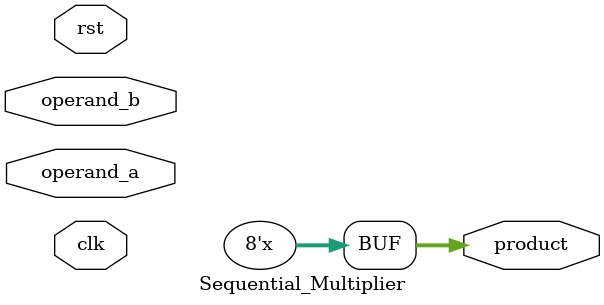
<source format=v>
`timescale 1ns / 1ps


module Sequential_Multiplier(clk, rst, operand_a, operand_b, product);
input clk, rst;
input [3:0] operand_a;
input [3:0] operand_b;
output reg [7:0] product;

reg [7:0] partial_product;
reg [2:0] shift_count;
reg [3:0] multiplicand;  
reg [3:0] operand_bb;    

// Define states
parameter S0_idle = 0, S1_multiply = 1, S2_update_result = 2;
reg [2:0] CS, NS;

always @(posedge clk) begin
  if (rst == 1)
    CS <= S0_idle; // When reset=1, reset the CS of the FSM to "S0"
  else
    CS <= NS; // Otherwise, next CS
end

always @(CS, rst) begin
  case (CS)
    S0_idle: begin
      partial_product <= 8'b0;
      shift_count <= 3'b0;
      multiplicand <= {4'b0, operand_a};
      operand_bb <= operand_b;
      NS = S1_multiply;
    end

    S1_multiply: begin
      if ((operand_bb[0] == 0) && (shift_count < 4)) begin
        partial_product <= partial_product;
        shift_count <= shift_count + 3'b1;
        multiplicand <= multiplicand << 1;
        operand_bb <= operand_bb >> 1;
      end
      else if ((operand_bb[0] == 1) && (shift_count < 4)) begin
        partial_product <= partial_product + multiplicand;
        shift_count <= shift_count + 3'b1;
        multiplicand <= multiplicand << 1;
        operand_bb <= operand_bb >> 1;
      end
      NS = S2_update_result;
    end

    S2_update_result: begin
      if (shift_count == 4) begin
        NS = S0_idle;
        product <= partial_product;
      end
      else begin
        NS = S1_multiply;
      end
    end
  endcase
end



endmodule

</source>
